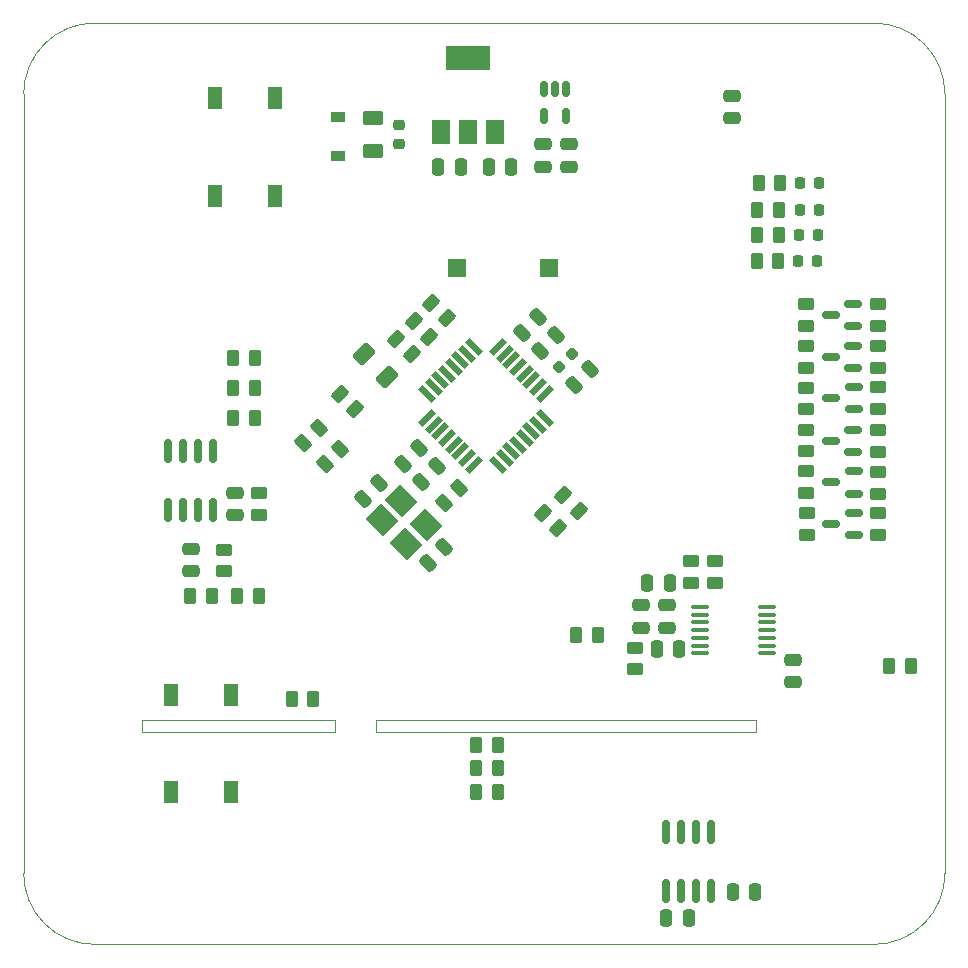
<source format=gtp>
%TF.GenerationSoftware,KiCad,Pcbnew,(6.0.1)*%
%TF.CreationDate,2022-01-24T12:15:05+04:00*%
%TF.ProjectId,BEEIRON v0.0,42454549-524f-44e2-9076-302e302e6b69,rev?*%
%TF.SameCoordinates,Original*%
%TF.FileFunction,Paste,Top*%
%TF.FilePolarity,Positive*%
%FSLAX46Y46*%
G04 Gerber Fmt 4.6, Leading zero omitted, Abs format (unit mm)*
G04 Created by KiCad (PCBNEW (6.0.1)) date 2022-01-24 12:15:05*
%MOMM*%
%LPD*%
G01*
G04 APERTURE LIST*
G04 Aperture macros list*
%AMRoundRect*
0 Rectangle with rounded corners*
0 $1 Rounding radius*
0 $2 $3 $4 $5 $6 $7 $8 $9 X,Y pos of 4 corners*
0 Add a 4 corners polygon primitive as box body*
4,1,4,$2,$3,$4,$5,$6,$7,$8,$9,$2,$3,0*
0 Add four circle primitives for the rounded corners*
1,1,$1+$1,$2,$3*
1,1,$1+$1,$4,$5*
1,1,$1+$1,$6,$7*
1,1,$1+$1,$8,$9*
0 Add four rect primitives between the rounded corners*
20,1,$1+$1,$2,$3,$4,$5,0*
20,1,$1+$1,$4,$5,$6,$7,0*
20,1,$1+$1,$6,$7,$8,$9,0*
20,1,$1+$1,$8,$9,$2,$3,0*%
%AMRotRect*
0 Rectangle, with rotation*
0 The origin of the aperture is its center*
0 $1 length*
0 $2 width*
0 $3 Rotation angle, in degrees counterclockwise*
0 Add horizontal line*
21,1,$1,$2,0,0,$3*%
G04 Aperture macros list end*
%TA.AperFunction,Profile*%
%ADD10C,0.100000*%
%TD*%
%ADD11RoundRect,0.250000X0.262500X0.450000X-0.262500X0.450000X-0.262500X-0.450000X0.262500X-0.450000X0*%
%ADD12RoundRect,0.250000X-0.262500X-0.450000X0.262500X-0.450000X0.262500X0.450000X-0.262500X0.450000X0*%
%ADD13R,1.500000X2.000000*%
%ADD14R,3.800000X2.000000*%
%ADD15RoundRect,0.150000X0.587500X0.150000X-0.587500X0.150000X-0.587500X-0.150000X0.587500X-0.150000X0*%
%ADD16RoundRect,0.250000X0.450000X-0.262500X0.450000X0.262500X-0.450000X0.262500X-0.450000X-0.262500X0*%
%ADD17RoundRect,0.250000X0.250000X0.475000X-0.250000X0.475000X-0.250000X-0.475000X0.250000X-0.475000X0*%
%ADD18RoundRect,0.250000X-0.450000X0.262500X-0.450000X-0.262500X0.450000X-0.262500X0.450000X0.262500X0*%
%ADD19RoundRect,0.250000X-0.475000X0.250000X-0.475000X-0.250000X0.475000X-0.250000X0.475000X0.250000X0*%
%ADD20RoundRect,0.150000X-0.150000X0.512500X-0.150000X-0.512500X0.150000X-0.512500X0.150000X0.512500X0*%
%ADD21R,1.500000X1.500000*%
%ADD22RoundRect,0.250000X-0.503814X-0.132583X-0.132583X-0.503814X0.503814X0.132583X0.132583X0.503814X0*%
%ADD23RoundRect,0.250000X-0.159099X0.512652X-0.512652X0.159099X0.159099X-0.512652X0.512652X-0.159099X0*%
%ADD24RoundRect,0.218750X0.218750X0.256250X-0.218750X0.256250X-0.218750X-0.256250X0.218750X-0.256250X0*%
%ADD25RoundRect,0.250000X0.475000X-0.250000X0.475000X0.250000X-0.475000X0.250000X-0.475000X-0.250000X0*%
%ADD26RoundRect,0.250000X-0.625000X0.375000X-0.625000X-0.375000X0.625000X-0.375000X0.625000X0.375000X0*%
%ADD27RotRect,1.600000X0.550000X45.000000*%
%ADD28RotRect,1.600000X0.550000X135.000000*%
%ADD29RoundRect,0.218750X-0.256250X0.218750X-0.256250X-0.218750X0.256250X-0.218750X0.256250X0.218750X0*%
%ADD30RoundRect,0.250000X-0.250000X-0.475000X0.250000X-0.475000X0.250000X0.475000X-0.250000X0.475000X0*%
%ADD31RoundRect,0.250000X0.503814X0.132583X0.132583X0.503814X-0.503814X-0.132583X-0.132583X-0.503814X0*%
%ADD32RoundRect,0.150000X-0.150000X0.825000X-0.150000X-0.825000X0.150000X-0.825000X0.150000X0.825000X0*%
%ADD33RoundRect,0.250000X0.159099X-0.512652X0.512652X-0.159099X-0.159099X0.512652X-0.512652X0.159099X0*%
%ADD34R,1.200000X1.900000*%
%ADD35RoundRect,0.250000X0.132583X-0.503814X0.503814X-0.132583X-0.132583X0.503814X-0.503814X0.132583X0*%
%ADD36RotRect,2.100000X1.800000X315.000000*%
%ADD37RoundRect,0.218750X-0.026517X0.335876X-0.335876X0.026517X0.026517X-0.335876X0.335876X-0.026517X0*%
%ADD38RoundRect,0.250000X-0.707107X-0.176777X-0.176777X-0.707107X0.707107X0.176777X0.176777X0.707107X0*%
%ADD39R,1.200000X0.900000*%
%ADD40RoundRect,0.100000X-0.637500X-0.100000X0.637500X-0.100000X0.637500X0.100000X-0.637500X0.100000X0*%
G04 APERTURE END LIST*
D10*
X181000000Y-64000000D02*
G75*
G03*
X175000000Y-58000000I-5999999J1D01*
G01*
X181000000Y-130000000D02*
X181000000Y-64000000D01*
X103000000Y-64000000D02*
X103000000Y-130000000D01*
X109000000Y-58000000D02*
G75*
G03*
X103000000Y-64000000I-1J-5999999D01*
G01*
X132800000Y-117000000D02*
X165000000Y-117000000D01*
X129400000Y-117000000D02*
X113000000Y-117000000D01*
X132800000Y-117000000D02*
X132800000Y-118000000D01*
X113000000Y-117000000D02*
X113000000Y-118000000D01*
X165000000Y-118000000D02*
X132800000Y-118000000D01*
X103000000Y-130000000D02*
G75*
G03*
X109000000Y-136000000I5999999J-1D01*
G01*
X175000000Y-58000000D02*
X109000000Y-58000000D01*
X113000000Y-118000000D02*
X129400000Y-118000000D01*
X109000000Y-136000000D02*
X175000000Y-136000000D01*
X175000000Y-136000000D02*
G75*
G03*
X181000000Y-130000000I1J5999999D01*
G01*
X129400000Y-117000000D02*
X129400000Y-118000000D01*
X165000000Y-117000000D02*
X165000000Y-118000000D01*
D11*
%TO.C,R11*%
X122578500Y-88900000D03*
X120753500Y-88900000D03*
%TD*%
D12*
%TO.C,R42*%
X117087500Y-106500000D03*
X118912500Y-106500000D03*
%TD*%
D13*
%TO.C,U4*%
X138300000Y-67250000D03*
X140600000Y-67250000D03*
D14*
X140600000Y-60950000D03*
D13*
X142900000Y-67250000D03*
%TD*%
D15*
%TO.C,Q4*%
X173263282Y-97847436D03*
X173263282Y-95947436D03*
X171388282Y-96897436D03*
%TD*%
D16*
%TO.C,R23*%
X169290207Y-101327000D03*
X169290207Y-99502000D03*
%TD*%
D17*
%TO.C,C4*%
X140000000Y-70150000D03*
X138100000Y-70150000D03*
%TD*%
D15*
%TO.C,Q5*%
X173226500Y-87218418D03*
X173226500Y-85318418D03*
X171351500Y-86268418D03*
%TD*%
D12*
%TO.C,R37*%
X165070107Y-78146000D03*
X166895107Y-78146000D03*
%TD*%
D18*
%TO.C,R41*%
X120000000Y-102575000D03*
X120000000Y-104400000D03*
%TD*%
D12*
%TO.C,R40*%
X121087500Y-106500000D03*
X122912500Y-106500000D03*
%TD*%
D19*
%TO.C,C1*%
X149200000Y-68250000D03*
X149200000Y-70150000D03*
%TD*%
D20*
%TO.C,U3*%
X148950000Y-63612500D03*
X148000000Y-63612500D03*
X147050000Y-63612500D03*
X147050000Y-65887500D03*
X148950000Y-65887500D03*
%TD*%
D11*
%TO.C,R34*%
X151600000Y-109800000D03*
X149775000Y-109800000D03*
%TD*%
D18*
%TO.C,R18*%
X175363111Y-92456000D03*
X175363111Y-94281000D03*
%TD*%
D21*
%TO.C,SW1*%
X139700000Y-78770227D03*
X147500000Y-78770227D03*
%TD*%
D18*
%TO.C,R24*%
X175358406Y-96007610D03*
X175358406Y-97832610D03*
%TD*%
D19*
%TO.C,C17*%
X155300000Y-107300000D03*
X155300000Y-109200000D03*
%TD*%
D11*
%TO.C,R12*%
X122572392Y-91418086D03*
X120747392Y-91418086D03*
%TD*%
D19*
%TO.C,C16*%
X168148000Y-111892000D03*
X168148000Y-113792000D03*
%TD*%
%TO.C,C2*%
X147000000Y-68250000D03*
X147000000Y-70150000D03*
%TD*%
D12*
%TO.C,R36*%
X165118500Y-75946000D03*
X166943500Y-75946000D03*
%TD*%
%TO.C,R30*%
X141337500Y-121100000D03*
X143162500Y-121100000D03*
%TD*%
D11*
%TO.C,R17*%
X178129500Y-112474000D03*
X176304500Y-112474000D03*
%TD*%
D16*
%TO.C,R19*%
X169267112Y-94256170D03*
X169267112Y-92431170D03*
%TD*%
D15*
%TO.C,Q2*%
X173226500Y-83662418D03*
X173226500Y-81762418D03*
X171351500Y-82712418D03*
%TD*%
D17*
%TO.C,C15*%
X158500000Y-111000000D03*
X156600000Y-111000000D03*
%TD*%
D22*
%TO.C,R3*%
X136054765Y-83254765D03*
X137345235Y-84545235D03*
%TD*%
D23*
%TO.C,C13*%
X138600000Y-102400000D03*
X137256498Y-103743502D03*
%TD*%
D19*
%TO.C,C8*%
X162950000Y-64177195D03*
X162950000Y-66077195D03*
%TD*%
D16*
%TO.C,R21*%
X169252920Y-83614503D03*
X169252920Y-81789503D03*
%TD*%
D17*
%TO.C,C19*%
X157700000Y-105400000D03*
X155800000Y-105400000D03*
%TD*%
D12*
%TO.C,R39*%
X165131000Y-73796000D03*
X166956000Y-73796000D03*
%TD*%
D16*
%TO.C,R29*%
X169278122Y-90686336D03*
X169278122Y-88861336D03*
%TD*%
D24*
%TO.C,DON1*%
X170331000Y-73796000D03*
X168756000Y-73796000D03*
%TD*%
D25*
%TO.C,C18*%
X157500000Y-109200000D03*
X157500000Y-107300000D03*
%TD*%
D26*
%TO.C,F1*%
X132600000Y-66000000D03*
X132600000Y-68800000D03*
%TD*%
D12*
%TO.C,R38*%
X165218500Y-71546000D03*
X167043500Y-71546000D03*
%TD*%
D18*
%TO.C,R26*%
X175322809Y-85343999D03*
X175322809Y-87168999D03*
%TD*%
D22*
%TO.C,R2*%
X129764295Y-89364295D03*
X131054765Y-90654765D03*
%TD*%
D27*
%TO.C,U5*%
X137151346Y-91441800D03*
X137717032Y-92007485D03*
X138282717Y-92573171D03*
X138848402Y-93138856D03*
X139414088Y-93704542D03*
X139979773Y-94270227D03*
X140545459Y-94835912D03*
X141111144Y-95401598D03*
D28*
X143161754Y-95401598D03*
X143727439Y-94835912D03*
X144293125Y-94270227D03*
X144858810Y-93704542D03*
X145424496Y-93138856D03*
X145990181Y-92573171D03*
X146555866Y-92007485D03*
X147121552Y-91441800D03*
D27*
X147121552Y-89391190D03*
X146555866Y-88825505D03*
X145990181Y-88259819D03*
X145424496Y-87694134D03*
X144858810Y-87128448D03*
X144293125Y-86562763D03*
X143727439Y-85997078D03*
X143161754Y-85431392D03*
D28*
X141111144Y-85431392D03*
X140545459Y-85997078D03*
X139979773Y-86562763D03*
X139414088Y-87128448D03*
X138848402Y-87694134D03*
X138282717Y-88259819D03*
X137717032Y-88825505D03*
X137151346Y-89391190D03*
%TD*%
D15*
%TO.C,Q6*%
X173260349Y-90705366D03*
X173260349Y-88805366D03*
X171385349Y-89755366D03*
%TD*%
D29*
%TO.C,FB1*%
X134800000Y-66625000D03*
X134800000Y-68200000D03*
%TD*%
D30*
%TO.C,C3*%
X142400000Y-70150000D03*
X144300000Y-70150000D03*
%TD*%
D31*
%TO.C,R5*%
X148229773Y-100770227D03*
X146939303Y-99479757D03*
%TD*%
D32*
%TO.C,U6*%
X119073000Y-94249000D03*
X117803000Y-94249000D03*
X116533000Y-94249000D03*
X115263000Y-94249000D03*
X115263000Y-99199000D03*
X116533000Y-99199000D03*
X117803000Y-99199000D03*
X119073000Y-99199000D03*
%TD*%
D17*
%TO.C,C23*%
X159300000Y-133800000D03*
X157400000Y-133800000D03*
%TD*%
D30*
%TO.C,C21*%
X163050000Y-131600000D03*
X164950000Y-131600000D03*
%TD*%
D23*
%TO.C,C10*%
X136500000Y-94000000D03*
X135156498Y-95343502D03*
%TD*%
D18*
%TO.C,R16*%
X161500000Y-103575000D03*
X161500000Y-105400000D03*
%TD*%
D33*
%TO.C,C5*%
X146708022Y-85741978D03*
X148051524Y-84398476D03*
%TD*%
D24*
%TO.C,DL1*%
X170331000Y-71546000D03*
X168756000Y-71546000D03*
%TD*%
D22*
%TO.C,R4*%
X137514295Y-81714295D03*
X138804765Y-83004765D03*
%TD*%
D34*
%TO.C,BR1*%
X119200410Y-72625580D03*
X124300410Y-72625580D03*
X119200410Y-64375580D03*
X124300410Y-64375580D03*
%TD*%
D35*
%TO.C,R1*%
X126689303Y-93560697D03*
X127979773Y-92270227D03*
%TD*%
D36*
%TO.C,Y1*%
X133361522Y-100087868D03*
X135412132Y-102138478D03*
X137038478Y-100512132D03*
X134987868Y-98461522D03*
%TD*%
D16*
%TO.C,R25*%
X169273042Y-97790000D03*
X169273042Y-95965000D03*
%TD*%
D37*
%TO.C,L1*%
X149400000Y-86000000D03*
X148286306Y-87113694D03*
%TD*%
D18*
%TO.C,R13*%
X122936000Y-97790000D03*
X122936000Y-99615000D03*
%TD*%
D24*
%TO.C,RXD1*%
X170231000Y-75946000D03*
X168656000Y-75946000D03*
%TD*%
D38*
%TO.C,D2*%
X131804765Y-86004765D03*
X133784663Y-87984663D03*
%TD*%
D18*
%TO.C,R20*%
X175337000Y-81799918D03*
X175337000Y-83624918D03*
%TD*%
D11*
%TO.C,R10*%
X122578500Y-86360000D03*
X120753500Y-86360000D03*
%TD*%
D32*
%TO.C,U10*%
X161155000Y-126525000D03*
X159885000Y-126525000D03*
X158615000Y-126525000D03*
X157345000Y-126525000D03*
X157345000Y-131475000D03*
X158615000Y-131475000D03*
X159885000Y-131475000D03*
X161155000Y-131475000D03*
%TD*%
D23*
%TO.C,C11*%
X138000000Y-95500000D03*
X136656498Y-96843502D03*
%TD*%
D18*
%TO.C,R15*%
X159500000Y-103575000D03*
X159500000Y-105400000D03*
%TD*%
D12*
%TO.C,R31*%
X141337500Y-119100000D03*
X143162500Y-119100000D03*
%TD*%
D33*
%TO.C,C9*%
X145229773Y-84270227D03*
X146573275Y-82926725D03*
%TD*%
D22*
%TO.C,R8*%
X134554765Y-84754765D03*
X135845235Y-86045235D03*
%TD*%
D15*
%TO.C,Q1*%
X173252611Y-94318500D03*
X173252611Y-92418500D03*
X171377611Y-93368500D03*
%TD*%
D12*
%TO.C,R35*%
X125687500Y-115200000D03*
X127512500Y-115200000D03*
%TD*%
D35*
%TO.C,R9*%
X138604765Y-98645235D03*
X139895235Y-97354765D03*
%TD*%
D12*
%TO.C,R33*%
X141337500Y-123100000D03*
X143162500Y-123100000D03*
%TD*%
D25*
%TO.C,C14*%
X120904000Y-99690000D03*
X120904000Y-97790000D03*
%TD*%
D34*
%TO.C,BR2*%
X120549590Y-114874420D03*
X115449590Y-114874420D03*
X120549590Y-123124420D03*
X115449590Y-123124420D03*
%TD*%
D24*
%TO.C,TXD1*%
X170145107Y-78146000D03*
X168570107Y-78146000D03*
%TD*%
D18*
%TO.C,R28*%
X175332967Y-88831901D03*
X175332967Y-90656901D03*
%TD*%
D15*
%TO.C,Q3*%
X173264955Y-101368238D03*
X173264955Y-99468238D03*
X171389955Y-100418238D03*
%TD*%
D39*
%TO.C,D1*%
X129600000Y-65950000D03*
X129600000Y-69250000D03*
%TD*%
D19*
%TO.C,C22*%
X117200000Y-102500000D03*
X117200000Y-104400000D03*
%TD*%
D16*
%TO.C,R27*%
X169276932Y-87185583D03*
X169276932Y-85360583D03*
%TD*%
D18*
%TO.C,R22*%
X175369042Y-99479203D03*
X175369042Y-101304203D03*
%TD*%
D33*
%TO.C,C12*%
X131728249Y-98271751D03*
X133071751Y-96928249D03*
%TD*%
D35*
%TO.C,R7*%
X128489303Y-95360697D03*
X129779773Y-94070227D03*
%TD*%
D31*
%TO.C,R6*%
X149979773Y-99270227D03*
X148689303Y-97979757D03*
%TD*%
D16*
%TO.C,R14*%
X154800000Y-112712500D03*
X154800000Y-110887500D03*
%TD*%
D40*
%TO.C,U7*%
X160237500Y-107450000D03*
X160237500Y-108100000D03*
X160237500Y-108750000D03*
X160237500Y-109400000D03*
X160237500Y-110050000D03*
X160237500Y-110700000D03*
X160237500Y-111350000D03*
X165962500Y-111350000D03*
X165962500Y-110700000D03*
X165962500Y-110050000D03*
X165962500Y-109400000D03*
X165962500Y-108750000D03*
X165962500Y-108100000D03*
X165962500Y-107450000D03*
%TD*%
D33*
%TO.C,C6*%
X149579773Y-88670227D03*
X150923275Y-87326725D03*
%TD*%
M02*

</source>
